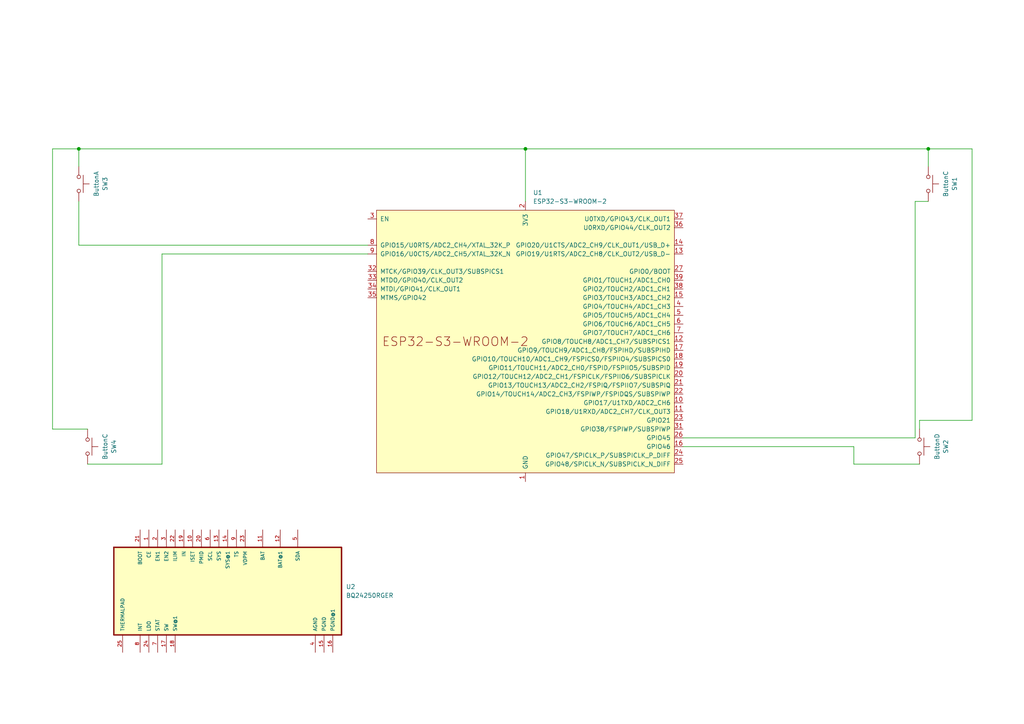
<source format=kicad_sch>
(kicad_sch (version 20230121) (generator eeschema)
  (paper "A4")
  (title_block (title "Halite Rev1 Board Test Design") (company "Rarisma "))
  (lib_symbols
    (symbol "BQ24250RGER:BQ24250RGER" (pin_names (offset 1.016))
      (property "Reference" "U" (at -12.7 34.02 0))
      (property "Value" "BQ24250RGER" (at -12.7 -37.02 0))
      (symbol "BQ24250RGER_0_0"
        (rectangle (start -12.7 -33.02) (end 12.7 33.02) (stroke (width 0.41)) (fill (type background)))
        (pin input line (at -17.78 22.86 0) (length 5.08) (name "CE") (number "1"))
        (pin input line (at -17.78 10.16 0) (length 5.08) (name "ISET") (number "10"))
        (pin bidirectional line (at -17.78 -10.16 0) (length 5.08) (name "BAT") (number "11"))
        (pin bidirectional line (at -17.78 -15.24 0) (length 5.08) (name "BAT@1") (number "12"))
        (pin input line (at -17.78 2.54 0) (length 5.08) (name "SYS") (number "13"))
        (pin input line (at -17.78 0 0) (length 5.08) (name "SYS@1") (number "14"))
        (pin power_in line (at 17.78 -27.94 180) (length 5.08) (name "PGND") (number "15"))
        (pin power_in line (at 17.78 -30.48 180) (length 5.08) (name "PGND@1") (number "16"))
        (pin output line (at 17.78 17.78 180) (length 5.08) (name "SW") (number "17"))
        (pin output line (at 17.78 15.24 180) (length 5.08) (name "SW@1") (number "18"))
        (pin input line (at -17.78 12.7 0) (length 5.08) (name "IN") (number "19"))
        (pin input line (at -17.78 20.32 0) (length 5.08) (name "EN1") (number "2"))
        (pin input line (at -17.78 7.62 0) (length 5.08) (name "PMID") (number "20"))
        (pin input line (at -17.78 25.4 0) (length 5.08) (name "BOOT") (number "21"))
        (pin input line (at -17.78 15.24 0) (length 5.08) (name "ILIM") (number "22"))
        (pin input line (at -17.78 -5.08 0) (length 5.08) (name "VDPM") (number "23"))
        (pin output line (at 17.78 22.86 180) (length 5.08) (name "LDO") (number "24"))
        (pin power_in line (at 17.78 30.48 180) (length 5.08) (name "THERMALPAD") (number "25"))
        (pin input line (at -17.78 17.78 0) (length 5.08) (name "EN2") (number "3"))
        (pin power_in line (at 17.78 -25.4 180) (length 5.08) (name "AGND") (number "4"))
        (pin bidirectional line (at -17.78 -20.32 0) (length 5.08) (name "SDA") (number "5"))
        (pin input line (at -17.78 5.08 0) (length 5.08) (name "SCL") (number "6"))
        (pin output line (at 17.78 20.32 180) (length 5.08) (name "STAT") (number "7"))
        (pin output line (at 17.78 25.4 180) (length 5.08) (name "INT") (number "8"))
        (pin input line (at -17.78 -2.54 0) (length 5.08) (name "TS") (number "9"))
      )
    )
    (symbol "PCM_Espressif:ESP32-S3-WROOM-2" (pin_names (offset 1.016))
      (property "Reference" "U" (at -43.18 43.18 0))
      (property "Value" "ESP32-S3-WROOM-2" (at -43.18 40.64 0))
      (symbol "ESP32-S3-WROOM-2_0_0"
        (text "ESP32-S3-WROOM-2" (at -20.32 0 0) (effects (font (size 2.54 2.54))))
        (pin power_in line (at 0 -40.64 90) (length 2.54) (name "GND") (number "1"))
        (pin bidirectional line (at 45.72 -17.78 180) (length 2.54) (name "GPIO17/U1TXD/ADC2_CH6") (number "10"))
        (pin bidirectional line (at 45.72 -20.32 180) (length 2.54) (name "GPIO18/U1RXD/ADC2_CH7/CLK_OUT3") (number "11"))
        (pin bidirectional line (at 45.72 0 180) (length 2.54) (name "GPIO8/TOUCH8/ADC1_CH7/SUBSPICS1") (number "12"))
        (pin bidirectional line (at 45.72 25.4 180) (length 2.54) (name "GPIO19/U1RTS/ADC2_CH8/CLK_OUT2/USB_D-") (number "13"))
        (pin bidirectional line (at 45.72 27.94 180) (length 2.54) (name "GPIO20/U1CTS/ADC2_CH9/CLK_OUT1/USB_D+") (number "14"))
        (pin bidirectional line (at 45.72 12.7 180) (length 2.54) (name "GPIO3/TOUCH3/ADC1_CH2") (number "15"))
        (pin bidirectional line (at 45.72 -30.48 180) (length 2.54) (name "GPIO46") (number "16"))
        (pin bidirectional line (at 45.72 -2.54 180) (length 2.54) (name "GPIO9/TOUCH9/ADC1_CH8/FSPIHD/SUBSPIHD") (number "17"))
        (pin bidirectional line (at 45.72 -5.08 180) (length 2.54) (name "GPIO10/TOUCH10/ADC1_CH9/FSPICS0/FSPIIO4/SUBSPICS0") (number "18"))
        (pin bidirectional line (at 45.72 -7.62 180) (length 2.54) (name "GPIO11/TOUCH11/ADC2_CH0/FSPID/FSPIIO5/SUBSPID") (number "19"))
        (pin power_in line (at 0 40.64 270) (length 2.54) (name "3V3") (number "2"))
        (pin bidirectional line (at 45.72 -10.16 180) (length 2.54) (name "GPIO12/TOUCH12/ADC2_CH1/FSPICLK/FSPIIO6/SUBSPICLK") (number "20"))
        (pin bidirectional line (at 45.72 -12.7 180) (length 2.54) (name "GPIO13/TOUCH13/ADC2_CH2/FSPIQ/FSPIIO7/SUBSPIQ") (number "21"))
        (pin bidirectional line (at 45.72 -15.24 180) (length 2.54) (name "GPIO14/TOUCH14/ADC2_CH3/FSPIWP/FSPIDQS/SUBSPIWP") (number "22"))
        (pin bidirectional line (at 45.72 -22.86 180) (length 2.54) (name "GPIO21") (number "23"))
        (pin bidirectional line (at 45.72 -33.02 180) (length 2.54) (name "GPIO47/SPICLK_P/SUBSPICLK_P_DIFF") (number "24"))
        (pin bidirectional line (at 45.72 -35.56 180) (length 2.54) (name "GPIO48/SPICLK_N/SUBSPICLK_N_DIFF") (number "25"))
        (pin bidirectional line (at 45.72 -27.94 180) (length 2.54) (name "GPIO45") (number "26"))
        (pin bidirectional line (at 45.72 20.32 180) (length 2.54) (name "GPIO0/BOOT") (number "27"))
        (pin no_connect line (at -43.18 -35.56 0) (length 2.54) hide (name "NC") (number "28"))
        (pin no_connect line (at -43.18 -33.02 0) (length 2.54) hide (name "NC") (number "29"))
        (pin input line (at -45.72 35.56 0) (length 2.54) (name "EN") (number "3"))
        (pin no_connect line (at -43.18 -30.48 0) (length 2.54) hide (name "NC") (number "30"))
        (pin bidirectional line (at 45.72 -25.4 180) (length 2.54) (name "GPIO38/FSPIWP/SUBSPIWP") (number "31"))
        (pin bidirectional line (at -45.72 20.32 0) (length 2.54) (name "MTCK/GPIO39/CLK_OUT3/SUBSPICS1") (number "32"))
        (pin bidirectional line (at -45.72 17.78 0) (length 2.54) (name "MTDO/GPIO40/CLK_OUT2") (number "33"))
        (pin bidirectional line (at -45.72 15.24 0) (length 2.54) (name "MTDI/GPIO41/CLK_OUT1") (number "34"))
        (pin bidirectional line (at -45.72 12.7 0) (length 2.54) (name "MTMS/GPIO42") (number "35"))
        (pin bidirectional line (at 45.72 33.02 180) (length 2.54) (name "U0RXD/GPIO44/CLK_OUT2") (number "36"))
        (pin bidirectional line (at 45.72 35.56 180) (length 2.54) (name "U0TXD/GPIO43/CLK_OUT1") (number "37"))
        (pin bidirectional line (at 45.72 15.24 180) (length 2.54) (name "GPIO2/TOUCH2/ADC1_CH1") (number "38"))
        (pin bidirectional line (at 45.72 17.78 180) (length 2.54) (name "GPIO1/TOUCH1/ADC1_CH0") (number "39"))
        (pin bidirectional line (at 45.72 10.16 180) (length 2.54) (name "GPIO4/TOUCH4/ADC1_CH3") (number "4"))
        (pin passive line (at 0 -40.64 90) (length 2.54) hide (name "GND") (number "40"))
        (pin passive line (at 0 -40.64 90) (length 2.54) hide (name "GND") (number "41"))
        (pin bidirectional line (at 45.72 7.62 180) (length 2.54) (name "GPIO5/TOUCH5/ADC1_CH4") (number "5"))
        (pin bidirectional line (at 45.72 5.08 180) (length 2.54) (name "GPIO6/TOUCH6/ADC1_CH5") (number "6"))
        (pin bidirectional line (at 45.72 2.54 180) (length 2.54) (name "GPIO7/TOUCH7/ADC1_CH6") (number "7"))
        (pin bidirectional line (at -45.72 27.94 0) (length 2.54) (name "GPIO15/U0RTS/ADC2_CH4/XTAL_32K_P") (number "8"))
        (pin bidirectional line (at -45.72 25.4 0) (length 2.54) (name "GPIO16/U0CTS/ADC2_CH5/XTAL_32K_N") (number "9"))
      )
      (symbol "ESP32-S3-WROOM-2_0_1"
        (rectangle (start -43.18 38.1) (end 43.18 -38.1) (fill (type background)))
      )
    )
    (symbol "Switch:SW_Push" (pin_numbers hide) (pin_names (offset 1.016) hide)
      (property "Reference" "SW" (at 1.27 2.54 0))
      (property "Value" "SW_Push" (at 0 -1.524 0))
      (symbol "SW_Push_0_1"
        (circle (center -2.032 0) (radius 0.508))
        (polyline (pts (xy 0 1.27) (xy 0 3.048)))
        (polyline (pts (xy 2.54 1.27) (xy -2.54 1.27)))
        (circle (center 2.032 0) (radius 0.508))
        (pin passive line (at -5.08 0 0) (length 2.54) (name "1") (number "1"))
        (pin passive line (at 5.08 0 180) (length 2.54) (name "2") (number "2"))
      )
    )
  )
  (junction (at 269.24 43.18))
  (junction (at 22.86 43.18))
  (junction (at 152.4 43.18))
  (wire (pts (xy 22.86 43.18) (xy 152.4 43.18)))
  (wire (pts (xy 266.7 121.92) (xy 266.7 124.46)))
  (wire (pts (xy 152.4 58.42) (xy 152.4 43.18)))
  (wire (pts (xy 266.7 134.62) (xy 247.65 134.62)))
  (wire (pts (xy 22.86 43.18) (xy 22.86 48.26)))
  (wire (pts (xy 22.86 71.12) (xy 22.86 58.42)))
  (wire (pts (xy 15.24 43.18) (xy 22.86 43.18)))
  (wire (pts (xy 15.24 43.18) (xy 15.24 124.46)))
  (wire (pts (xy 15.24 124.46) (xy 25.4 124.46)))
  (wire (pts (xy 152.4 43.18) (xy 269.24 43.18)))
  (wire (pts (xy 46.99 134.62) (xy 46.99 73.66)))
  (wire (pts (xy 106.68 71.12) (xy 22.86 71.12)))
  (wire (pts (xy 269.24 43.18) (xy 281.94 43.18)))
  (wire (pts (xy 46.99 73.66) (xy 106.68 73.66)))
  (wire (pts (xy 269.24 43.18) (xy 269.24 48.26)))
  (wire (pts (xy 25.4 134.62) (xy 46.99 134.62)))
  (wire (pts (xy 281.94 121.92) (xy 266.7 121.92)))
  (wire (pts (xy 247.65 129.54) (xy 198.12 129.54)))
  (wire (pts (xy 198.12 127) (xy 265.43 127)))
  (wire (pts (xy 265.43 127) (xy 265.43 58.42)))
  (wire (pts (xy 247.65 134.62) (xy 247.65 129.54)))
  (wire (pts (xy 281.94 43.18) (xy 281.94 121.92)))
  (wire (pts (xy 265.43 58.42) (xy 269.24 58.42)))
  (symbol (lib_id "PCM_Espressif:ESP32-S3-WROOM-2") (at 152.4 99.06 0) (unit 1)
    (property "Reference" "U1" (at 154.5941 55.88 0) (effects (justify left)))
    (property "Value" "ESP32-S3-WROOM-2" (at 154.5941 58.42 0) (effects (justify left)))
    (property "Footprint" "PCM_Espressif:ESP32-S3-WROOM-2" (effects hide))
    (property "Datasheet" "https://www.espressif.com/sites/default/files/documentation/esp32-s3-wroom-2_datasheet_en.pdf" (effects hide))
  )
  (symbol (lib_id "Switch:SW_Push") (at 25.4 129.54 270) (mirror x) (unit 1)
    (property "Reference" "SW4" (at 33.02 129.54 0))
    (property "Value" "ButtonC" (at 30.48 129.54 0))
  )
  (symbol (lib_id "Switch:SW_Push") (at 269.24 53.34 270) (unit 1)
    (property "Reference" "SW1" (at 276.86 53.34 0))
    (property "Value" "ButtonC" (at 274.32 53.34 0))
  )
  (symbol (lib_id "BQ24250RGER:BQ24250RGER") (at 66.04 171.45 90) (mirror x) (unit 1)
    (property "Reference" "U2" (at 100.33 170.18 90) (effects (justify right)))
    (property "Value" "BQ24250RGER" (at 100.33 172.72 90) (effects (justify right)))
    (property "Footprint" "BQ24250RGER:QFN50P400X400X100-25N" (effects hide))
    (property "MF" "Texas Instruments" (effects hide))
    (property "Description" "\n1-cell, 2-A, I2C controlled buck battery charger with 1uA in SYSOFF mode and TS disable function\n" (effects hide))
    (property "Package" "VQFN-24 Texas Instruments" (effects hide))
    (property "Price" "None" (effects hide))
    (property "SnapEDA_Link" "https://www.snapeda.com/parts/BQ24250RGER/Texas+Instruments/view-part/?ref=snap" (effects hide))
    (property "MP" "BQ24250RGER" (effects hide))
    (property "Purchase-URL" "https://www.snapeda.com/api/url_track_click_mouser/?unipart_id=85379&manufacturer=Texas Instruments&part_name=BQ24250RGER&search_term=bq24250" (effects hide))
    (property "Availability" "In Stock" (effects hide))
    (property "Check_prices" "https://www.snapeda.com/parts/BQ24250RGER/Texas+Instruments/view-part/?ref=eda" (effects hide))
  )
  (symbol (lib_id "Switch:SW_Push") (at 266.7 129.54 270) (unit 1)
    (property "Reference" "SW2" (at 274.32 129.54 0))
    (property "Value" "ButtonD" (at 271.78 129.54 0))
  )
  (symbol (lib_id "Switch:SW_Push") (at 22.86 53.34 270) (mirror x) (unit 1)
    (property "Reference" "SW3" (at 30.48 53.34 0))
    (property "Value" "ButtonA" (at 27.94 53.34 0))
  )
)
</source>
